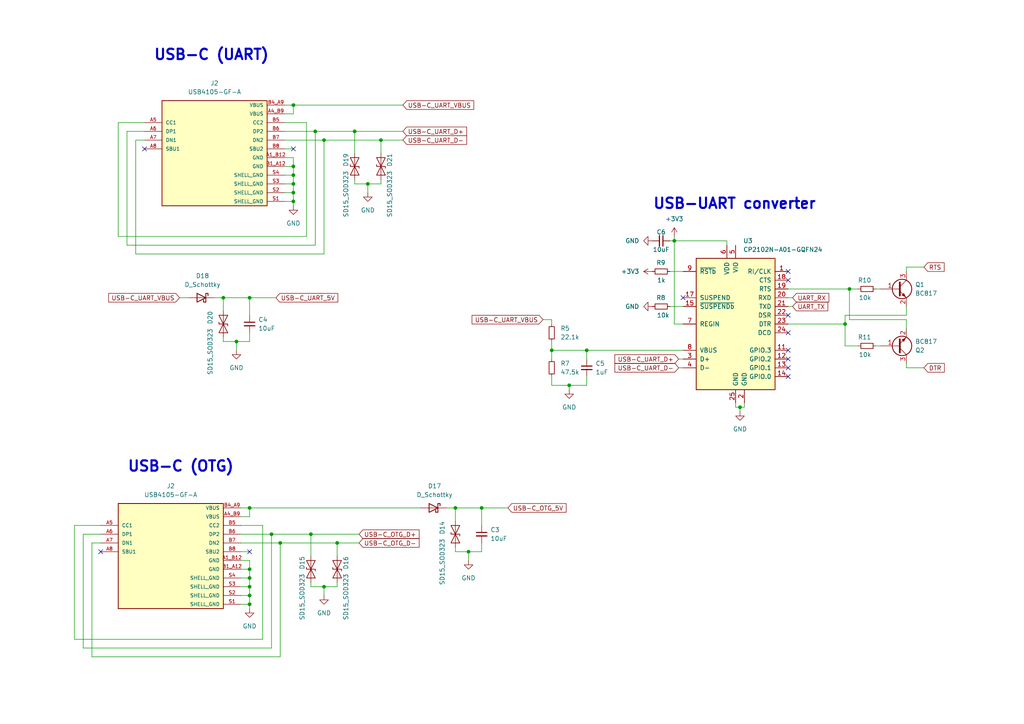
<source format=kicad_sch>
(kicad_sch (version 20230121) (generator eeschema)
  (paper "A4")
  (lib_symbols
    (symbol "Diode:SD15_SOD323" (pin_numbers hide) (pin_names (offset 1.016) hide)
      (property "Reference" "D" (at 0 2.54 0))
      (property "Value" "SD15_SOD323" (at 0 -2.54 0))
      (symbol "SD15_SOD323_0_1"
        (polyline (pts (xy 1.27 0) (xy -1.27 0)))
        (polyline (pts (xy -2.54 -1.27) (xy 0 0) (xy -2.54 1.27) (xy -2.54 -1.27)) (stroke (width 0.2032)))
        (polyline (pts (xy 0.508 1.27) (xy 0 1.27) (xy 0 -1.27) (xy -0.508 -1.27)) (stroke (width 0.2032)))
        (polyline (pts (xy 2.54 1.27) (xy 2.54 -1.27) (xy 0 0) (xy 2.54 1.27)) (stroke (width 0.2032)))
      )
      (symbol "SD15_SOD323_1_1"
        (pin passive line (at -3.81 0 0) (length 2.54) (name "A1") (number "1"))
        (pin passive line (at 3.81 0 180) (length 2.54) (name "A2") (number "2"))
      )
    )
    (symbol "PUTRocketLab_semiconductors:D_Schottky" (pin_numbers hide) (pin_names (offset 1.016) hide)
      (property "Reference" "D" (at 0 2.54 0))
      (property "Value" "D_Schottky" (at 0 -2.54 0))
      (symbol "D_Schottky_0_1"
        (polyline (pts (xy 1.27 0) (xy -1.27 0)))
        (polyline (pts (xy 1.27 1.27) (xy 1.27 -1.27) (xy -1.27 0) (xy 1.27 1.27)) (stroke (width 0.254)))
        (polyline (pts (xy -1.905 0.635) (xy -1.905 1.27) (xy -1.27 1.27) (xy -1.27 -1.27) (xy -0.635 -1.27) (xy -0.635 -0.635)) (stroke (width 0.254)))
      )
      (symbol "D_Schottky_1_1"
        (pin passive line (at -3.81 0 0) (length 2.54) (name "K") (number "1"))
        (pin passive line (at 3.81 0 180) (length 2.54) (name "A") (number "2"))
      )
    )
    (symbol "PUTRocketLab_supply:+3.3V" (power) (pin_names (offset 0))
      (property "Value" "+3.3V" (at 0 3.556 0))
      (symbol "+3.3V_0_1"
        (polyline (pts (xy -0.762 1.27) (xy 0 2.54)))
        (polyline (pts (xy 0 0) (xy 0 2.54)))
        (polyline (pts (xy 0 2.54) (xy 0.762 1.27)))
      )
      (symbol "+3.3V_1_1"
        (pin power_in line (at 0 0 90) (length 0) hide (name "+3V3") (number "1"))
      )
    )
    (symbol "PUT_RocketLab_IC:CP2102N-A01-GQFN24" (pin_names (offset 1.016))
      (property "Reference" "U" (at -5.08 22.225 0))
      (property "Value" "CP2102N-A01-GQFN24" (at -5.08 20.32 0))
      (symbol "CP2102N-A01-GQFN24_0_1"
        (rectangle (start -11.43 19.05) (end 11.43 -19.05) (stroke (width 0.254)) (fill (type background)))
      )
      (symbol "CP2102N-A01-GQFN24_1_1"
        (pin bidirectional line (at 15.24 15.24 180) (length 3.81) (name "RI/CLK") (number "1"))
        (pin no_connect line (at 10.16 -22.86 90) (length 3.81) hide (name "NC") (number "10"))
        (pin bidirectional line (at 15.24 -7.62 180) (length 3.81) (name "GPIO.3") (number "11"))
        (pin bidirectional line (at 15.24 -10.16 180) (length 3.81) (name "GPIO.2") (number "12"))
        (pin bidirectional line (at 15.24 -12.7 180) (length 3.81) (name "GPIO.1") (number "13"))
        (pin bidirectional line (at 15.24 -15.24 180) (length 3.81) (name "GPIO.0") (number "14"))
        (pin output line (at -15.24 5.08 0) (length 3.81) (name "~{SUSPENDb}") (number "15"))
        (pin no_connect line (at 7.62 -22.86 90) (length 3.81) hide (name "NC") (number "16"))
        (pin output line (at -15.24 7.62 0) (length 3.81) (name "SUSPEND") (number "17"))
        (pin input line (at 15.24 12.7 180) (length 3.81) (name "CTS") (number "18"))
        (pin output line (at 15.24 10.16 180) (length 3.81) (name "RTS") (number "19"))
        (pin power_in line (at 2.54 -22.86 90) (length 3.81) (name "GND") (number "2"))
        (pin input line (at 15.24 7.62 180) (length 3.81) (name "RXD") (number "20"))
        (pin output line (at 15.24 5.08 180) (length 3.81) (name "TXD") (number "21"))
        (pin input line (at 15.24 2.54 180) (length 3.81) (name "DSR") (number "22"))
        (pin output line (at 15.24 0 180) (length 3.81) (name "DTR") (number "23"))
        (pin input line (at 15.24 -2.54 180) (length 3.81) (name "DCD") (number "24"))
        (pin power_in line (at 0 -22.86 90) (length 3.81) (name "GND") (number "25"))
        (pin bidirectional line (at -15.24 -10.16 0) (length 3.81) (name "D+") (number "3"))
        (pin bidirectional line (at -15.24 -12.7 0) (length 3.81) (name "D-") (number "4"))
        (pin power_in line (at 0 22.86 270) (length 3.81) (name "VIO") (number "5"))
        (pin power_in line (at -2.54 22.86 270) (length 3.81) (name "VDD") (number "6"))
        (pin power_in line (at -15.24 0 0) (length 3.81) (name "REGIN") (number "7"))
        (pin input line (at -15.24 -7.62 0) (length 3.81) (name "VBUS") (number "8"))
        (pin input line (at -15.24 15.24 0) (length 3.81) (name "~{RSTb}") (number "9"))
      )
    )
    (symbol "PUT_RocketLab_connectors:USB4105-GF-A" (pin_names (offset 1.016))
      (property "Reference" "J3" (at 0 15.24 0))
      (property "Value" "USB4105-GF-A" (at 0 12.7 0))
      (symbol "USB4105-GF-A_0_0"
        (rectangle (start -15.24 11.43) (end 15.24 -19.05) (stroke (width 0.254)) (fill (type background)))
        (pin power_in line (at 20.32 -5.08 180) (length 5.08) (name "GND") (number "A1_B12"))
        (pin power_in line (at 20.32 7.62 180) (length 5.08) (name "VBUS") (number "A4_B9"))
        (pin bidirectional line (at -20.32 5.08 0) (length 5.08) (name "CC1") (number "A5"))
        (pin bidirectional line (at -20.32 2.54 0) (length 5.08) (name "DP1") (number "A6"))
        (pin bidirectional line (at -20.32 0 0) (length 5.08) (name "DN1") (number "A7"))
        (pin bidirectional line (at -20.32 -2.54 0) (length 5.08) (name "SBU1") (number "A8"))
        (pin power_in line (at 20.32 -7.62 180) (length 5.08) (name "GND") (number "B1_A12"))
        (pin power_in line (at 20.32 10.16 180) (length 5.08) (name "VBUS") (number "B4_A9"))
        (pin bidirectional line (at 20.32 5.08 180) (length 5.08) (name "CC2") (number "B5"))
        (pin bidirectional line (at 20.32 2.54 180) (length 5.08) (name "DP2") (number "B6"))
        (pin bidirectional line (at 20.32 0 180) (length 5.08) (name "DN2") (number "B7"))
        (pin bidirectional line (at 20.32 -2.54 180) (length 5.08) (name "SBU2") (number "B8"))
        (pin power_in line (at 20.32 -17.78 180) (length 5.08) (name "SHELL_GND") (number "S1"))
        (pin power_in line (at 20.32 -15.24 180) (length 5.08) (name "SHELL_GND") (number "S2"))
        (pin power_in line (at 20.32 -12.7 180) (length 5.08) (name "SHELL_GND") (number "S3"))
        (pin power_in line (at 20.32 -10.16 180) (length 5.08) (name "SHELL_GND") (number "S4"))
      )
    )
    (symbol "PUT_RocketLab_power:GND" (power) (pin_names (offset 0))
      (property "Value" "GND" (at 0 -3.81 0))
      (symbol "GND_0_1"
        (polyline (pts (xy 0 0) (xy 0 -1.27) (xy 1.27 -1.27) (xy 0 -2.54) (xy -1.27 -1.27) (xy 0 -1.27)))
      )
      (symbol "GND_1_1"
        (pin power_in line (at 0 0 270) (length 0) hide (name "GND") (number "1"))
      )
    )
    (symbol "PutRocketLab_RCL:C_Small" (pin_numbers hide) (pin_names (offset 0.254) hide)
      (property "Reference" "C" (at 0.254 1.778 0))
      (property "Value" "C_Small" (at 0.254 -2.032 0))
      (symbol "C_Small_0_1"
        (polyline (pts (xy -1.524 -0.508) (xy 1.524 -0.508)) (stroke (width 0.3302)))
        (polyline (pts (xy -1.524 0.508) (xy 1.524 0.508)) (stroke (width 0.3048)))
      )
      (symbol "C_Small_1_1"
        (pin passive line (at 0 2.54 270) (length 2.032) (name "~") (number "1"))
        (pin passive line (at 0 -2.54 90) (length 2.032) (name "~") (number "2"))
      )
    )
    (symbol "PutRocketLab_RCL:R_Small" (pin_numbers hide) (pin_names (offset 0.254) hide)
      (property "Reference" "R" (at 0.762 0.508 0))
      (property "Value" "R_Small" (at 0.762 -1.016 0))
      (symbol "R_Small_0_1"
        (rectangle (start -0.762 1.778) (end 0.762 -1.778) (stroke (width 0.2032)))
      )
      (symbol "R_Small_1_1"
        (pin passive line (at 0 2.54 270) (length 0.762) (name "~") (number "1"))
        (pin passive line (at 0 -2.54 90) (length 0.762) (name "~") (number "2"))
      )
    )
    (symbol "Transistor_BJT:BC817" (pin_names (offset 0) hide)
      (property "Reference" "Q" (at 5.08 1.905 0))
      (property "Value" "BC817" (at 5.08 0 0))
      (symbol "BC817_0_1"
        (polyline (pts (xy 0.635 0.635) (xy 2.54 2.54)))
        (polyline (pts (xy 0.635 -0.635) (xy 2.54 -2.54) (xy 2.54 -2.54)))
        (polyline (pts (xy 0.635 1.905) (xy 0.635 -1.905) (xy 0.635 -1.905)) (stroke (width 0.508)))
        (polyline (pts (xy 1.27 -1.778) (xy 1.778 -1.27) (xy 2.286 -2.286) (xy 1.27 -1.778) (xy 1.27 -1.778)) (fill (type outline)))
        (circle (center 1.27 0) (radius 2.8194) (stroke (width 0.254)))
      )
      (symbol "BC817_1_1"
        (pin input line (at -5.08 0 0) (length 5.715) (name "B") (number "1"))
        (pin passive line (at 2.54 -5.08 90) (length 2.54) (name "E") (number "2"))
        (pin passive line (at 2.54 5.08 270) (length 2.54) (name "C") (number "3"))
      )
    )
  )
  (junction (at 214.63 118.11))
  (junction (at 68.58 99.06))
  (junction (at 64.77 86.36))
  (junction (at 106.68 53.34))
  (junction (at 93.98 170.18))
  (junction (at 85.09 50.8))
  (junction (at 90.17 154.94))
  (junction (at 139.7 147.32))
  (junction (at 81.28 157.48))
  (junction (at 132.08 147.32))
  (junction (at 245.11 93.98))
  (junction (at 170.18 101.6))
  (junction (at 135.89 160.02))
  (junction (at 160.02 101.6))
  (junction (at 165.1 111.76))
  (junction (at 78.74 154.94))
  (junction (at 85.09 48.26))
  (junction (at 72.39 170.18))
  (junction (at 72.39 147.32))
  (junction (at 85.09 30.48))
  (junction (at 195.58 69.85))
  (junction (at 72.39 175.26))
  (junction (at 72.39 167.64))
  (junction (at 85.09 58.42))
  (junction (at 72.39 86.36))
  (junction (at 72.39 172.72))
  (junction (at 85.09 53.34))
  (junction (at 110.49 40.64))
  (junction (at 85.09 55.88))
  (junction (at 246.38 83.82))
  (junction (at 97.79 157.48))
  (junction (at 91.44 38.1))
  (junction (at 93.98 40.64))
  (junction (at 72.39 165.1))
  (junction (at 102.87 38.1))
  (no_connect (at 85.09 43.18))
  (no_connect (at 228.6 104.14))
  (no_connect (at 41.91 43.18))
  (no_connect (at 228.6 96.52))
  (no_connect (at 29.21 160.02))
  (no_connect (at 228.6 91.44))
  (no_connect (at 228.6 106.68))
  (no_connect (at 198.12 86.36))
  (no_connect (at 72.39 160.02))
  (no_connect (at 228.6 101.6))
  (no_connect (at 228.6 81.28))
  (no_connect (at 228.6 78.74))
  (no_connect (at 228.6 109.22))
  (wire (pts (xy 93.98 40.64) (xy 110.49 40.64)))
  (wire (pts (xy 194.31 69.85) (xy 195.58 69.85)))
  (wire (pts (xy 62.23 86.36) (xy 64.77 86.36)))
  (wire (pts (xy 69.85 154.94) (xy 78.74 154.94)))
  (wire (pts (xy 97.79 157.48) (xy 104.14 157.48)))
  (wire (pts (xy 90.17 170.18) (xy 93.98 170.18)))
  (wire (pts (xy 214.63 118.11) (xy 215.9 118.11)))
  (wire (pts (xy 102.87 38.1) (xy 91.44 38.1)))
  (wire (pts (xy 195.58 69.85) (xy 210.82 69.85)))
  (wire (pts (xy 195.58 93.98) (xy 195.58 69.85)))
  (wire (pts (xy 93.98 73.66) (xy 39.37 73.66)))
  (wire (pts (xy 68.58 99.06) (xy 68.58 101.6)))
  (wire (pts (xy 41.91 35.56) (xy 34.29 35.56)))
  (wire (pts (xy 215.9 118.11) (xy 215.9 116.84)))
  (wire (pts (xy 110.49 40.64) (xy 116.84 40.64)))
  (wire (pts (xy 102.87 44.45) (xy 102.87 38.1)))
  (wire (pts (xy 106.68 55.88) (xy 106.68 53.34)))
  (wire (pts (xy 165.1 111.76) (xy 160.02 111.76)))
  (wire (pts (xy 72.39 86.36) (xy 72.39 91.44)))
  (wire (pts (xy 72.39 170.18) (xy 72.39 167.64)))
  (wire (pts (xy 139.7 147.32) (xy 139.7 152.4)))
  (wire (pts (xy 82.55 53.34) (xy 85.09 53.34)))
  (wire (pts (xy 132.08 160.02) (xy 132.08 158.75)))
  (wire (pts (xy 129.54 147.32) (xy 132.08 147.32)))
  (wire (pts (xy 82.55 48.26) (xy 85.09 48.26)))
  (wire (pts (xy 85.09 30.48) (xy 85.09 33.02)))
  (wire (pts (xy 262.89 106.68) (xy 262.89 105.41)))
  (wire (pts (xy 72.39 167.64) (xy 72.39 165.1)))
  (wire (pts (xy 90.17 168.91) (xy 90.17 170.18)))
  (wire (pts (xy 262.89 91.44) (xy 245.11 91.44)))
  (wire (pts (xy 78.74 187.96) (xy 78.74 154.94)))
  (wire (pts (xy 132.08 147.32) (xy 139.7 147.32)))
  (wire (pts (xy 81.28 157.48) (xy 97.79 157.48)))
  (wire (pts (xy 85.09 48.26) (xy 85.09 45.72)))
  (wire (pts (xy 160.02 99.06) (xy 160.02 101.6)))
  (wire (pts (xy 262.89 88.9) (xy 262.89 91.44)))
  (wire (pts (xy 82.55 38.1) (xy 91.44 38.1)))
  (wire (pts (xy 64.77 99.06) (xy 64.77 97.79)))
  (wire (pts (xy 72.39 175.26) (xy 72.39 172.72)))
  (wire (pts (xy 229.87 88.9) (xy 228.6 88.9)))
  (wire (pts (xy 90.17 154.94) (xy 78.74 154.94)))
  (wire (pts (xy 21.59 152.4) (xy 21.59 185.42)))
  (wire (pts (xy 34.29 35.56) (xy 34.29 68.58)))
  (wire (pts (xy 267.97 106.68) (xy 262.89 106.68)))
  (wire (pts (xy 85.09 33.02) (xy 82.55 33.02)))
  (wire (pts (xy 72.39 147.32) (xy 121.92 147.32)))
  (wire (pts (xy 170.18 101.6) (xy 160.02 101.6)))
  (wire (pts (xy 194.31 88.9) (xy 198.12 88.9)))
  (wire (pts (xy 102.87 53.34) (xy 106.68 53.34)))
  (wire (pts (xy 139.7 157.48) (xy 139.7 160.02)))
  (wire (pts (xy 106.68 53.34) (xy 110.49 53.34)))
  (wire (pts (xy 72.39 172.72) (xy 72.39 170.18)))
  (wire (pts (xy 267.97 77.47) (xy 262.89 77.47)))
  (wire (pts (xy 262.89 77.47) (xy 262.89 78.74)))
  (wire (pts (xy 72.39 149.86) (xy 69.85 149.86)))
  (wire (pts (xy 80.01 86.36) (xy 72.39 86.36)))
  (wire (pts (xy 165.1 111.76) (xy 165.1 113.03)))
  (wire (pts (xy 69.85 167.64) (xy 72.39 167.64)))
  (wire (pts (xy 26.67 190.5) (xy 26.67 157.48)))
  (wire (pts (xy 160.02 109.22) (xy 160.02 111.76)))
  (wire (pts (xy 254 100.33) (xy 255.27 100.33)))
  (wire (pts (xy 29.21 154.94) (xy 24.13 154.94)))
  (wire (pts (xy 102.87 38.1) (xy 116.84 38.1)))
  (wire (pts (xy 52.07 86.36) (xy 54.61 86.36)))
  (wire (pts (xy 135.89 160.02) (xy 132.08 160.02)))
  (wire (pts (xy 262.89 92.71) (xy 246.38 92.71)))
  (wire (pts (xy 76.2 185.42) (xy 76.2 152.4)))
  (wire (pts (xy 69.85 157.48) (xy 81.28 157.48)))
  (wire (pts (xy 72.39 160.02) (xy 69.85 160.02)))
  (wire (pts (xy 210.82 69.85) (xy 210.82 71.12)))
  (wire (pts (xy 68.58 99.06) (xy 64.77 99.06)))
  (wire (pts (xy 196.85 104.14) (xy 198.12 104.14)))
  (wire (pts (xy 110.49 44.45) (xy 110.49 40.64)))
  (wire (pts (xy 69.85 165.1) (xy 72.39 165.1)))
  (wire (pts (xy 82.55 58.42) (xy 85.09 58.42)))
  (wire (pts (xy 246.38 92.71) (xy 246.38 83.82)))
  (wire (pts (xy 72.39 175.26) (xy 72.39 176.53)))
  (wire (pts (xy 213.36 118.11) (xy 214.63 118.11)))
  (wire (pts (xy 228.6 93.98) (xy 245.11 93.98)))
  (wire (pts (xy 88.9 35.56) (xy 82.55 35.56)))
  (wire (pts (xy 76.2 152.4) (xy 69.85 152.4)))
  (wire (pts (xy 85.09 53.34) (xy 85.09 50.8)))
  (wire (pts (xy 214.63 118.11) (xy 214.63 119.38)))
  (wire (pts (xy 135.89 160.02) (xy 135.89 162.56)))
  (wire (pts (xy 170.18 101.6) (xy 198.12 101.6)))
  (wire (pts (xy 82.55 30.48) (xy 85.09 30.48)))
  (wire (pts (xy 93.98 170.18) (xy 97.79 170.18)))
  (wire (pts (xy 29.21 152.4) (xy 21.59 152.4)))
  (wire (pts (xy 82.55 55.88) (xy 85.09 55.88)))
  (wire (pts (xy 85.09 55.88) (xy 85.09 53.34)))
  (wire (pts (xy 110.49 53.34) (xy 110.49 52.07)))
  (wire (pts (xy 160.02 101.6) (xy 160.02 104.14)))
  (wire (pts (xy 26.67 157.48) (xy 29.21 157.48)))
  (wire (pts (xy 245.11 93.98) (xy 245.11 100.33)))
  (wire (pts (xy 90.17 154.94) (xy 104.14 154.94)))
  (wire (pts (xy 36.83 38.1) (xy 36.83 71.12)))
  (wire (pts (xy 91.44 71.12) (xy 91.44 38.1)))
  (wire (pts (xy 24.13 154.94) (xy 24.13 187.96)))
  (wire (pts (xy 245.11 91.44) (xy 245.11 93.98)))
  (wire (pts (xy 229.87 86.36) (xy 228.6 86.36)))
  (wire (pts (xy 82.55 40.64) (xy 93.98 40.64)))
  (wire (pts (xy 93.98 172.72) (xy 93.98 170.18)))
  (wire (pts (xy 85.09 30.48) (xy 116.84 30.48)))
  (wire (pts (xy 36.83 71.12) (xy 91.44 71.12)))
  (wire (pts (xy 254 83.82) (xy 255.27 83.82)))
  (wire (pts (xy 21.59 185.42) (xy 76.2 185.42)))
  (wire (pts (xy 245.11 100.33) (xy 248.92 100.33)))
  (wire (pts (xy 64.77 90.17) (xy 64.77 86.36)))
  (wire (pts (xy 228.6 83.82) (xy 246.38 83.82)))
  (wire (pts (xy 194.31 78.74) (xy 198.12 78.74)))
  (wire (pts (xy 262.89 95.25) (xy 262.89 92.71)))
  (wire (pts (xy 90.17 161.29) (xy 90.17 154.94)))
  (wire (pts (xy 196.85 106.68) (xy 198.12 106.68)))
  (wire (pts (xy 198.12 93.98) (xy 195.58 93.98)))
  (wire (pts (xy 72.39 162.56) (xy 69.85 162.56)))
  (wire (pts (xy 157.48 92.71) (xy 160.02 92.71)))
  (wire (pts (xy 72.39 165.1) (xy 72.39 162.56)))
  (wire (pts (xy 102.87 52.07) (xy 102.87 53.34)))
  (wire (pts (xy 85.09 50.8) (xy 85.09 48.26)))
  (wire (pts (xy 72.39 96.52) (xy 72.39 99.06)))
  (wire (pts (xy 160.02 92.71) (xy 160.02 93.98)))
  (wire (pts (xy 69.85 147.32) (xy 72.39 147.32)))
  (wire (pts (xy 34.29 68.58) (xy 88.9 68.58)))
  (wire (pts (xy 170.18 104.14) (xy 170.18 101.6)))
  (wire (pts (xy 39.37 73.66) (xy 39.37 40.64)))
  (wire (pts (xy 72.39 147.32) (xy 72.39 149.86)))
  (wire (pts (xy 85.09 58.42) (xy 85.09 59.69)))
  (wire (pts (xy 88.9 68.58) (xy 88.9 35.56)))
  (wire (pts (xy 72.39 99.06) (xy 68.58 99.06)))
  (wire (pts (xy 213.36 116.84) (xy 213.36 118.11)))
  (wire (pts (xy 64.77 86.36) (xy 72.39 86.36)))
  (wire (pts (xy 139.7 160.02) (xy 135.89 160.02)))
  (wire (pts (xy 85.09 43.18) (xy 82.55 43.18)))
  (wire (pts (xy 147.32 147.32) (xy 139.7 147.32)))
  (wire (pts (xy 170.18 111.76) (xy 165.1 111.76)))
  (wire (pts (xy 93.98 40.64) (xy 93.98 73.66)))
  (wire (pts (xy 81.28 190.5) (xy 26.67 190.5)))
  (wire (pts (xy 195.58 68.58) (xy 195.58 69.85)))
  (wire (pts (xy 69.85 172.72) (xy 72.39 172.72)))
  (wire (pts (xy 69.85 170.18) (xy 72.39 170.18)))
  (wire (pts (xy 97.79 170.18) (xy 97.79 168.91)))
  (wire (pts (xy 170.18 109.22) (xy 170.18 111.76)))
  (wire (pts (xy 39.37 40.64) (xy 41.91 40.64)))
  (wire (pts (xy 69.85 175.26) (xy 72.39 175.26)))
  (wire (pts (xy 85.09 58.42) (xy 85.09 55.88)))
  (wire (pts (xy 82.55 50.8) (xy 85.09 50.8)))
  (wire (pts (xy 24.13 187.96) (xy 78.74 187.96)))
  (wire (pts (xy 97.79 161.29) (xy 97.79 157.48)))
  (wire (pts (xy 132.08 151.13) (xy 132.08 147.32)))
  (wire (pts (xy 246.38 83.82) (xy 248.92 83.82)))
  (wire (pts (xy 85.09 45.72) (xy 82.55 45.72)))
  (wire (pts (xy 41.91 38.1) (xy 36.83 38.1)))
  (wire (pts (xy 81.28 157.48) (xy 81.28 190.5)))
  (text "USB-UART converter" (at 189.23 60.96 0) (effects (font (size 3 3) (thickness 0.6) bold) (justify left bottom)))
  (text "USB-C (OTG)" (at 36.83 137.16 0) (effects (font (size 3 3) (thickness 0.6) bold) (justify left bottom)))
  (text "USB-C (UART)" (at 44.45 17.78 0) (effects (font (size 3 3) (thickness 0.6) bold) (justify left bottom)))
  (global_label "UART_RX" (shape input) (at 229.87 86.36 0) (property "Intersheetrefs" "${INTERSHEET_REFS}" (effects hide)))
  (global_label "USB-C_OTG_D+" (shape input) (at 104.14 154.94 0) (property "Intersheetrefs" "${INTERSHEET_REFS}" (effects hide)))
  (global_label "USB-C_UART_D+" (shape input) (at 196.85 104.14 180) (property "Intersheetrefs" "${INTERSHEET_REFS}" (effects hide)))
  (global_label "RTS" (shape input) (at 267.97 77.47 0) (property "Intersheetrefs" "${INTERSHEET_REFS}" (effects hide)))
  (global_label "USB-C_UART_VBUS" (shape input) (at 52.07 86.36 180) (property "Intersheetrefs" "${INTERSHEET_REFS}" (effects hide)))
  (global_label "USB-C_UART_D-" (shape input) (at 196.85 106.68 180) (property "Intersheetrefs" "${INTERSHEET_REFS}" (effects hide)))
  (global_label "USB-C_UART_5V" (shape input) (at 80.01 86.36 0) (property "Intersheetrefs" "${INTERSHEET_REFS}" (effects hide)))
  (global_label "USB-C_UART_VBUS" (shape input) (at 116.84 30.48 0) (property "Intersheetrefs" "${INTERSHEET_REFS}" (effects hide)))
  (global_label "USB-C_UART_D+" (shape input) (at 116.84 38.1 0) (property "Intersheetrefs" "${INTERSHEET_REFS}" (effects hide)))
  (global_label "USB-C_UART_VBUS" (shape input) (at 157.48 92.71 180) (property "Intersheetrefs" "${INTERSHEET_REFS}" (effects hide)))
  (global_label "DTR" (shape input) (at 267.97 106.68 0) (property "Intersheetrefs" "${INTERSHEET_REFS}" (effects hide)))
  (global_label "UART_TX" (shape input) (at 229.87 88.9 0) (property "Intersheetrefs" "${INTERSHEET_REFS}" (effects hide)))
  (global_label "USB-C_UART_D-" (shape input) (at 116.84 40.64 0) (property "Intersheetrefs" "${INTERSHEET_REFS}" (effects hide)))
  (global_label "USB-C_OTG_5V" (shape input) (at 147.32 147.32 0) (property "Intersheetrefs" "${INTERSHEET_REFS}" (effects hide)))
  (global_label "USB-C_OTG_D-" (shape input) (at 104.14 157.48 0) (property "Intersheetrefs" "${INTERSHEET_REFS}" (effects hide)))
  (symbol (lib_id "PutRocketLab_RCL:C_Small") (at 72.39 93.98 0) (unit 1)
    (property "Reference" "C4" (at 74.93 92.7163 0) (effects (justify left)))
    (property "Value" "10uF" (at 74.93 95.2563 0) (effects (justify left)))
  )
  (symbol (lib_id "PUTRocketLab_supply:+3.3V") (at 189.23 78.74 90) (unit 1)
    (property "Reference" "#PWR02" (effects hide))
    (property "Value" "+3.3V" (at 185.42 78.74 90) (effects (justify left)))
    (instances (project "keypad" (path "" (reference "#PWR02") (unit 1)) (path "" (reference "#PWR023") (unit 1))))
  )
  (symbol (lib_id "PUT_RocketLab_power:GND") (at 85.09 59.69 0) (unit 1)
    (property "Reference" "#PWR014" (effects hide))
    (property "Value" "GND" (at 85.09 64.77 0))
    (instances (project "keypad" (path "" (reference "#PWR014") (unit 1)) (path "" (reference "#PWR015") (unit 1))))
  )
  (symbol (lib_id "PUT_RocketLab_power:GND") (at 68.58 101.6 0) (unit 1)
    (property "Reference" "#PWR019" (effects hide))
    (property "Value" "GND" (at 68.58 106.68 0))
  )
  (symbol (lib_id "PUT_RocketLab_connectors:USB4105-GF-A") (at 62.23 40.64 0) (unit 1)
    (property "Reference" "J2" (at 62.23 24.13 0))
    (property "Value" "USB4105-GF-A" (at 62.23 26.67 0))
    (property "Footprint" "PUTRocketLab_other:GCT_USB4105-GF-A" (effects hide))
    (property "MAXIMUM_PACKAGE_HEIGHT" "3.31 mm" (effects hide))
    (property "MANUFACTURER" "GCT" (effects hide))
    (property "PARTREV" "A3" (effects hide))
    (property "STANDARD" "Manufacturer Recommendations" (effects hide))
    (instances (project "keypad" (path "" (reference "J2") (unit 1)) (path "" (reference "J3") (unit 1))))
  )
  (symbol (lib_id "PutRocketLab_RCL:R_Small") (at 160.02 96.52 0) (mirror y) (unit 1)
    (property "Reference" "R5" (at 162.56 95.25 0) (effects (justify right)))
    (property "Value" "22.1k" (at 162.56 97.79 0) (effects (justify right)))
  )
  (symbol (lib_id "PutRocketLab_RCL:C_Small") (at 170.18 106.68 0) (unit 1)
    (property "Reference" "C5" (at 172.72 105.4163 0) (effects (justify left)))
    (property "Value" "1uF" (at 172.72 107.9563 0) (effects (justify left)))
  )
  (symbol (lib_id "Diode:SD15_SOD323") (at 64.77 93.98 270) (unit 1)
    (property "Reference" "D20" (at 60.96 90.17 0) (effects (justify left)))
    (property "Value" "SD15_SOD323" (at 60.96 95.25 0) (effects (justify left)))
    (property "Footprint" "Diode_SMD:D_SOD-323" (effects hide))
    (property "Datasheet" "https://www.littelfuse.com/~/media/electronics/datasheets/tvs_diode_arrays/littelfuse_tvs_diode_array_sd_c_datasheet.pdf.pdf" (effects hide))
  )
  (symbol (lib_id "PUT_RocketLab_power:GND") (at 72.39 176.53 0) (unit 1)
    (property "Reference" "#PWR014" (effects hide))
    (property "Value" "GND" (at 72.39 181.61 0))
  )
  (symbol (lib_id "PUT_RocketLab_power:GND") (at 214.63 119.38 0) (unit 1)
    (property "Reference" "#PWR014" (effects hide))
    (property "Value" "GND" (at 214.63 124.46 0))
    (instances (project "keypad" (path "" (reference "#PWR014") (unit 1)) (path "" (reference "#PWR021") (unit 1))))
  )
  (symbol (lib_id "Diode:SD15_SOD323") (at 97.79 165.1 270) (unit 1)
    (property "Reference" "D16" (at 100.33 161.29 0) (effects (justify left)))
    (property "Value" "SD15_SOD323" (at 100.33 166.37 0) (effects (justify left)))
    (property "Footprint" "Diode_SMD:D_SOD-323" (effects hide))
    (property "Datasheet" "https://www.littelfuse.com/~/media/electronics/datasheets/tvs_diode_arrays/littelfuse_tvs_diode_array_sd_c_datasheet.pdf.pdf" (effects hide))
  )
  (symbol (lib_id "Transistor_BJT:BC817") (at 260.35 83.82 0) (unit 1)
    (property "Reference" "Q1" (at 265.43 82.55 0) (effects (justify left)))
    (property "Value" "BC817" (at 265.43 85.09 0) (effects (justify left)))
    (property "Footprint" "Package_TO_SOT_SMD:SOT-23" (effects hide))
    (property "Datasheet" "https://www.onsemi.com/pub/Collateral/BC818-D.pdf" (effects hide))
  )
  (symbol (lib_id "PutRocketLab_RCL:C_Small") (at 139.7 154.94 0) (unit 1)
    (property "Reference" "C3" (at 142.24 153.6763 0) (effects (justify left)))
    (property "Value" "10uF" (at 142.24 156.2163 0) (effects (justify left)))
  )
  (symbol (lib_id "PutRocketLab_RCL:R_Small") (at 191.77 88.9 270) (mirror x) (unit 1)
    (property "Reference" "R8" (at 193.04 86.36 90) (effects (justify right)))
    (property "Value" "10k" (at 190.5 91.44 90) (effects (justify left)))
  )
  (symbol (lib_id "PUT_RocketLab_power:GND") (at 189.23 88.9 270) (unit 1)
    (property "Reference" "#PWR014" (effects hide))
    (property "Value" "GND" (at 185.42 88.9 90) (effects (justify right)))
    (instances (project "keypad" (path "" (reference "#PWR014") (unit 1)) (path "" (reference "#PWR022") (unit 1))))
  )
  (symbol (lib_id "PUT_RocketLab_power:GND") (at 189.23 69.85 270) (unit 1)
    (property "Reference" "#PWR014" (effects hide))
    (property "Value" "GND" (at 185.42 69.85 90) (effects (justify right)))
    (instances (project "keypad" (path "" (reference "#PWR014") (unit 1)) (path "" (reference "#PWR025") (unit 1))))
  )
  (symbol (lib_id "PUTRocketLab_supply:+3.3V") (at 195.58 68.58 0) (unit 1)
    (property "Reference" "#PWR02" (effects hide))
    (property "Value" "+3.3V" (at 195.58 63.5 0))
    (instances (project "keypad" (path "" (reference "#PWR02") (unit 1)) (path "" (reference "#PWR024") (unit 1))))
  )
  (symbol (lib_id "PUTRocketLab_semiconductors:D_Schottky") (at 125.73 147.32 0) (mirror y) (unit 1)
    (property "Reference" "D17" (at 126.0475 140.97 0))
    (property "Value" "D_Schottky" (at 126.0475 143.51 0))
  )
  (symbol (lib_id "Transistor_BJT:BC817") (at 260.35 100.33 0) (mirror x) (unit 1)
    (property "Reference" "Q2" (at 265.43 101.6 0) (effects (justify left)))
    (property "Value" "BC817" (at 265.43 99.06 0) (effects (justify left)))
    (property "Footprint" "Package_TO_SOT_SMD:SOT-23" (effects hide))
    (property "Datasheet" "https://www.onsemi.com/pub/Collateral/BC818-D.pdf" (effects hide))
  )
  (symbol (lib_id "Diode:SD15_SOD323") (at 102.87 48.26 270) (unit 1)
    (property "Reference" "D19" (at 100.33 44.45 0) (effects (justify left)))
    (property "Value" "SD15_SOD323" (at 100.33 49.53 0) (effects (justify left)))
    (property "Footprint" "Diode_SMD:D_SOD-323" (effects hide))
    (property "Datasheet" "https://www.littelfuse.com/~/media/electronics/datasheets/tvs_diode_arrays/littelfuse_tvs_diode_array_sd_c_datasheet.pdf.pdf" (effects hide))
  )
  (symbol (lib_id "Diode:SD15_SOD323") (at 132.08 154.94 270) (unit 1)
    (property "Reference" "D14" (at 128.27 151.13 0) (effects (justify left)))
    (property "Value" "SD15_SOD323" (at 128.27 156.21 0) (effects (justify left)))
    (property "Footprint" "Diode_SMD:D_SOD-323" (effects hide))
    (property "Datasheet" "https://www.littelfuse.com/~/media/electronics/datasheets/tvs_diode_arrays/littelfuse_tvs_diode_array_sd_c_datasheet.pdf.pdf" (effects hide))
  )
  (symbol (lib_id "Diode:SD15_SOD323") (at 90.17 165.1 270) (unit 1)
    (property "Reference" "D15" (at 87.63 161.29 0) (effects (justify left)))
    (property "Value" "SD15_SOD323" (at 87.63 166.37 0) (effects (justify left)))
    (property "Footprint" "Diode_SMD:D_SOD-323" (effects hide))
    (property "Datasheet" "https://www.littelfuse.com/~/media/electronics/datasheets/tvs_diode_arrays/littelfuse_tvs_diode_array_sd_c_datasheet.pdf.pdf" (effects hide))
  )
  (symbol (lib_id "Diode:SD15_SOD323") (at 110.49 48.26 270) (unit 1)
    (property "Reference" "D21" (at 113.03 44.45 0) (effects (justify left)))
    (property "Value" "SD15_SOD323" (at 113.03 49.53 0) (effects (justify left)))
    (property "Footprint" "Diode_SMD:D_SOD-323" (effects hide))
    (property "Datasheet" "https://www.littelfuse.com/~/media/electronics/datasheets/tvs_diode_arrays/littelfuse_tvs_diode_array_sd_c_datasheet.pdf.pdf" (effects hide))
  )
  (symbol (lib_id "PutRocketLab_RCL:R_Small") (at 160.02 106.68 0) (mirror y) (unit 1)
    (property "Reference" "R7" (at 162.56 105.41 0) (effects (justify right)))
    (property "Value" "47.5k" (at 162.56 107.95 0) (effects (justify right)))
  )
  (symbol (lib_id "PutRocketLab_RCL:C_Small") (at 191.77 69.85 270) (mirror x) (unit 1)
    (property "Reference" "C6" (at 191.77 67.31 90))
    (property "Value" "10uF" (at 191.77 72.39 90))
  )
  (symbol (lib_id "PutRocketLab_RCL:R_Small") (at 191.77 78.74 270) (mirror x) (unit 1)
    (property "Reference" "R9" (at 193.04 76.2 90) (effects (justify right)))
    (property "Value" "1k" (at 193.04 81.28 90) (effects (justify right)))
  )
  (symbol (lib_id "PUT_RocketLab_IC:CP2102N-A01-GQFN24") (at 213.36 93.98 0) (unit 1)
    (property "Reference" "U3" (at 215.5541 69.85 0) (effects (justify left)))
    (property "Value" "CP2102N-A01-GQFN24" (at 215.5541 72.39 0) (effects (justify left)))
    (property "Footprint" "Package_DFN_QFN:QFN-24-1EP_4x4mm_P0.5mm_EP2.6x2.6mm" (effects hide))
    (property "Datasheet" "https://www.silabs.com/documents/public/data-sheets/cp2102n-datasheet.pdf" (effects hide))
  )
  (symbol (lib_id "PUT_RocketLab_power:GND") (at 135.89 162.56 0) (unit 1)
    (property "Reference" "#PWR016" (effects hide))
    (property "Value" "GND" (at 135.89 167.64 0))
  )
  (symbol (lib_id "PutRocketLab_RCL:R_Small") (at 251.46 83.82 270) (mirror x) (unit 1)
    (property "Reference" "R10" (at 252.73 81.28 90) (effects (justify right)))
    (property "Value" "10k" (at 252.73 86.36 90) (effects (justify right)))
  )
  (symbol (lib_id "PUT_RocketLab_power:GND") (at 93.98 172.72 0) (unit 1)
    (property "Reference" "#PWR014" (effects hide))
    (property "Value" "GND" (at 93.98 177.8 0))
    (instances (project "keypad" (path "" (reference "#PWR014") (unit 1)) (path "" (reference "#PWR017") (unit 1))))
  )
  (symbol (lib_id "PUT_RocketLab_connectors:USB4105-GF-A") (at 49.53 157.48 0) (unit 1)
    (property "Reference" "J2" (at 49.53 140.97 0))
    (property "Value" "USB4105-GF-A" (at 49.53 143.51 0))
    (property "Footprint" "PUTRocketLab_other:GCT_USB4105-GF-A" (effects hide))
    (property "MAXIMUM_PACKAGE_HEIGHT" "3.31 mm" (effects hide))
    (property "MANUFACTURER" "GCT" (effects hide))
    (property "PARTREV" "A3" (effects hide))
    (property "STANDARD" "Manufacturer Recommendations" (effects hide))
  )
  (symbol (lib_id "PUT_RocketLab_power:GND") (at 165.1 113.03 0) (unit 1)
    (property "Reference" "#PWR014" (effects hide))
    (property "Value" "GND" (at 165.1 118.11 0))
    (instances (project "keypad" (path "" (reference "#PWR014") (unit 1)) (path "" (reference "#PWR020") (unit 1))))
  )
  (symbol (lib_id "PUT_RocketLab_power:GND") (at 106.68 55.88 0) (unit 1)
    (property "Reference" "#PWR014" (effects hide))
    (property "Value" "GND" (at 106.68 60.96 0))
    (instances (project "keypad" (path "" (reference "#PWR014") (unit 1)) (path "" (reference "#PWR018") (unit 1))))
  )
  (symbol (lib_id "PutRocketLab_RCL:R_Small") (at 251.46 100.33 270) (mirror x) (unit 1)
    (property "Reference" "R11" (at 252.73 97.79 90) (effects (justify right)))
    (property "Value" "10k" (at 252.73 102.87 90) (effects (justify right)))
  )
  (symbol (lib_id "PUTRocketLab_semiconductors:D_Schottky") (at 58.42 86.36 0) (mirror y) (unit 1)
    (property "Reference" "D18" (at 58.7375 80.01 0))
    (property "Value" "D_Schottky" (at 58.7375 82.55 0))
  )
)
</source>
